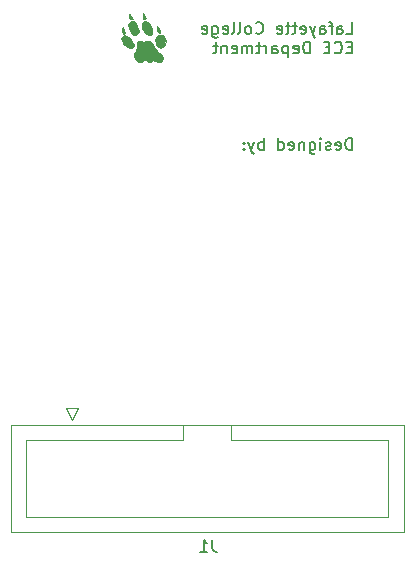
<source format=gbr>
%TF.GenerationSoftware,KiCad,Pcbnew,(5.1.10)-1*%
%TF.CreationDate,2022-03-09T11:46:58-05:00*%
%TF.ProjectId,PacMan-display,5061634d-616e-42d6-9469-73706c61792e,1.0*%
%TF.SameCoordinates,Original*%
%TF.FileFunction,Legend,Bot*%
%TF.FilePolarity,Positive*%
%FSLAX46Y46*%
G04 Gerber Fmt 4.6, Leading zero omitted, Abs format (unit mm)*
G04 Created by KiCad (PCBNEW (5.1.10)-1) date 2022-03-09 11:46:58*
%MOMM*%
%LPD*%
G01*
G04 APERTURE LIST*
%ADD10C,0.150000*%
%ADD11C,0.010000*%
%ADD12C,0.120000*%
G04 APERTURE END LIST*
D10*
X187848404Y-81950380D02*
X187848404Y-80950380D01*
X187610309Y-80950380D01*
X187467452Y-80998000D01*
X187372214Y-81093238D01*
X187324595Y-81188476D01*
X187276976Y-81378952D01*
X187276976Y-81521809D01*
X187324595Y-81712285D01*
X187372214Y-81807523D01*
X187467452Y-81902761D01*
X187610309Y-81950380D01*
X187848404Y-81950380D01*
X186467452Y-81902761D02*
X186562690Y-81950380D01*
X186753166Y-81950380D01*
X186848404Y-81902761D01*
X186896023Y-81807523D01*
X186896023Y-81426571D01*
X186848404Y-81331333D01*
X186753166Y-81283714D01*
X186562690Y-81283714D01*
X186467452Y-81331333D01*
X186419833Y-81426571D01*
X186419833Y-81521809D01*
X186896023Y-81617047D01*
X186038880Y-81902761D02*
X185943642Y-81950380D01*
X185753166Y-81950380D01*
X185657928Y-81902761D01*
X185610309Y-81807523D01*
X185610309Y-81759904D01*
X185657928Y-81664666D01*
X185753166Y-81617047D01*
X185896023Y-81617047D01*
X185991261Y-81569428D01*
X186038880Y-81474190D01*
X186038880Y-81426571D01*
X185991261Y-81331333D01*
X185896023Y-81283714D01*
X185753166Y-81283714D01*
X185657928Y-81331333D01*
X185181738Y-81950380D02*
X185181738Y-81283714D01*
X185181738Y-80950380D02*
X185229357Y-80998000D01*
X185181738Y-81045619D01*
X185134119Y-80998000D01*
X185181738Y-80950380D01*
X185181738Y-81045619D01*
X184276976Y-81283714D02*
X184276976Y-82093238D01*
X184324595Y-82188476D01*
X184372214Y-82236095D01*
X184467452Y-82283714D01*
X184610309Y-82283714D01*
X184705547Y-82236095D01*
X184276976Y-81902761D02*
X184372214Y-81950380D01*
X184562690Y-81950380D01*
X184657928Y-81902761D01*
X184705547Y-81855142D01*
X184753166Y-81759904D01*
X184753166Y-81474190D01*
X184705547Y-81378952D01*
X184657928Y-81331333D01*
X184562690Y-81283714D01*
X184372214Y-81283714D01*
X184276976Y-81331333D01*
X183800785Y-81283714D02*
X183800785Y-81950380D01*
X183800785Y-81378952D02*
X183753166Y-81331333D01*
X183657928Y-81283714D01*
X183515071Y-81283714D01*
X183419833Y-81331333D01*
X183372214Y-81426571D01*
X183372214Y-81950380D01*
X182515071Y-81902761D02*
X182610309Y-81950380D01*
X182800785Y-81950380D01*
X182896023Y-81902761D01*
X182943642Y-81807523D01*
X182943642Y-81426571D01*
X182896023Y-81331333D01*
X182800785Y-81283714D01*
X182610309Y-81283714D01*
X182515071Y-81331333D01*
X182467452Y-81426571D01*
X182467452Y-81521809D01*
X182943642Y-81617047D01*
X181610309Y-81950380D02*
X181610309Y-80950380D01*
X181610309Y-81902761D02*
X181705547Y-81950380D01*
X181896023Y-81950380D01*
X181991261Y-81902761D01*
X182038880Y-81855142D01*
X182086500Y-81759904D01*
X182086500Y-81474190D01*
X182038880Y-81378952D01*
X181991261Y-81331333D01*
X181896023Y-81283714D01*
X181705547Y-81283714D01*
X181610309Y-81331333D01*
X180372214Y-81950380D02*
X180372214Y-80950380D01*
X180372214Y-81331333D02*
X180276976Y-81283714D01*
X180086500Y-81283714D01*
X179991261Y-81331333D01*
X179943642Y-81378952D01*
X179896023Y-81474190D01*
X179896023Y-81759904D01*
X179943642Y-81855142D01*
X179991261Y-81902761D01*
X180086500Y-81950380D01*
X180276976Y-81950380D01*
X180372214Y-81902761D01*
X179562690Y-81283714D02*
X179324595Y-81950380D01*
X179086500Y-81283714D02*
X179324595Y-81950380D01*
X179419833Y-82188476D01*
X179467452Y-82236095D01*
X179562690Y-82283714D01*
X178705547Y-81855142D02*
X178657928Y-81902761D01*
X178705547Y-81950380D01*
X178753166Y-81902761D01*
X178705547Y-81855142D01*
X178705547Y-81950380D01*
X178705547Y-81331333D02*
X178657928Y-81378952D01*
X178705547Y-81426571D01*
X178753166Y-81378952D01*
X178705547Y-81331333D01*
X178705547Y-81426571D01*
X187372214Y-72125380D02*
X187848404Y-72125380D01*
X187848404Y-71125380D01*
X186610309Y-72125380D02*
X186610309Y-71601571D01*
X186657928Y-71506333D01*
X186753166Y-71458714D01*
X186943642Y-71458714D01*
X187038880Y-71506333D01*
X186610309Y-72077761D02*
X186705547Y-72125380D01*
X186943642Y-72125380D01*
X187038880Y-72077761D01*
X187086500Y-71982523D01*
X187086500Y-71887285D01*
X187038880Y-71792047D01*
X186943642Y-71744428D01*
X186705547Y-71744428D01*
X186610309Y-71696809D01*
X186276976Y-71458714D02*
X185896023Y-71458714D01*
X186134119Y-72125380D02*
X186134119Y-71268238D01*
X186086500Y-71173000D01*
X185991261Y-71125380D01*
X185896023Y-71125380D01*
X185134119Y-72125380D02*
X185134119Y-71601571D01*
X185181738Y-71506333D01*
X185276976Y-71458714D01*
X185467452Y-71458714D01*
X185562690Y-71506333D01*
X185134119Y-72077761D02*
X185229357Y-72125380D01*
X185467452Y-72125380D01*
X185562690Y-72077761D01*
X185610309Y-71982523D01*
X185610309Y-71887285D01*
X185562690Y-71792047D01*
X185467452Y-71744428D01*
X185229357Y-71744428D01*
X185134119Y-71696809D01*
X184753166Y-71458714D02*
X184515071Y-72125380D01*
X184276976Y-71458714D02*
X184515071Y-72125380D01*
X184610309Y-72363476D01*
X184657928Y-72411095D01*
X184753166Y-72458714D01*
X183515071Y-72077761D02*
X183610309Y-72125380D01*
X183800785Y-72125380D01*
X183896023Y-72077761D01*
X183943642Y-71982523D01*
X183943642Y-71601571D01*
X183896023Y-71506333D01*
X183800785Y-71458714D01*
X183610309Y-71458714D01*
X183515071Y-71506333D01*
X183467452Y-71601571D01*
X183467452Y-71696809D01*
X183943642Y-71792047D01*
X183181738Y-71458714D02*
X182800785Y-71458714D01*
X183038880Y-71125380D02*
X183038880Y-71982523D01*
X182991261Y-72077761D01*
X182896023Y-72125380D01*
X182800785Y-72125380D01*
X182610309Y-71458714D02*
X182229357Y-71458714D01*
X182467452Y-71125380D02*
X182467452Y-71982523D01*
X182419833Y-72077761D01*
X182324595Y-72125380D01*
X182229357Y-72125380D01*
X181515071Y-72077761D02*
X181610309Y-72125380D01*
X181800785Y-72125380D01*
X181896023Y-72077761D01*
X181943642Y-71982523D01*
X181943642Y-71601571D01*
X181896023Y-71506333D01*
X181800785Y-71458714D01*
X181610309Y-71458714D01*
X181515071Y-71506333D01*
X181467452Y-71601571D01*
X181467452Y-71696809D01*
X181943642Y-71792047D01*
X179705547Y-72030142D02*
X179753166Y-72077761D01*
X179896023Y-72125380D01*
X179991261Y-72125380D01*
X180134119Y-72077761D01*
X180229357Y-71982523D01*
X180276976Y-71887285D01*
X180324595Y-71696809D01*
X180324595Y-71553952D01*
X180276976Y-71363476D01*
X180229357Y-71268238D01*
X180134119Y-71173000D01*
X179991261Y-71125380D01*
X179896023Y-71125380D01*
X179753166Y-71173000D01*
X179705547Y-71220619D01*
X179134119Y-72125380D02*
X179229357Y-72077761D01*
X179276976Y-72030142D01*
X179324595Y-71934904D01*
X179324595Y-71649190D01*
X179276976Y-71553952D01*
X179229357Y-71506333D01*
X179134119Y-71458714D01*
X178991261Y-71458714D01*
X178896023Y-71506333D01*
X178848404Y-71553952D01*
X178800785Y-71649190D01*
X178800785Y-71934904D01*
X178848404Y-72030142D01*
X178896023Y-72077761D01*
X178991261Y-72125380D01*
X179134119Y-72125380D01*
X178229357Y-72125380D02*
X178324595Y-72077761D01*
X178372214Y-71982523D01*
X178372214Y-71125380D01*
X177705547Y-72125380D02*
X177800785Y-72077761D01*
X177848404Y-71982523D01*
X177848404Y-71125380D01*
X176943642Y-72077761D02*
X177038880Y-72125380D01*
X177229357Y-72125380D01*
X177324595Y-72077761D01*
X177372214Y-71982523D01*
X177372214Y-71601571D01*
X177324595Y-71506333D01*
X177229357Y-71458714D01*
X177038880Y-71458714D01*
X176943642Y-71506333D01*
X176896023Y-71601571D01*
X176896023Y-71696809D01*
X177372214Y-71792047D01*
X176038880Y-71458714D02*
X176038880Y-72268238D01*
X176086500Y-72363476D01*
X176134119Y-72411095D01*
X176229357Y-72458714D01*
X176372214Y-72458714D01*
X176467452Y-72411095D01*
X176038880Y-72077761D02*
X176134119Y-72125380D01*
X176324595Y-72125380D01*
X176419833Y-72077761D01*
X176467452Y-72030142D01*
X176515071Y-71934904D01*
X176515071Y-71649190D01*
X176467452Y-71553952D01*
X176419833Y-71506333D01*
X176324595Y-71458714D01*
X176134119Y-71458714D01*
X176038880Y-71506333D01*
X175181738Y-72077761D02*
X175276976Y-72125380D01*
X175467452Y-72125380D01*
X175562690Y-72077761D01*
X175610309Y-71982523D01*
X175610309Y-71601571D01*
X175562690Y-71506333D01*
X175467452Y-71458714D01*
X175276976Y-71458714D01*
X175181738Y-71506333D01*
X175134119Y-71601571D01*
X175134119Y-71696809D01*
X175610309Y-71792047D01*
X187848404Y-73251571D02*
X187515071Y-73251571D01*
X187372214Y-73775380D02*
X187848404Y-73775380D01*
X187848404Y-72775380D01*
X187372214Y-72775380D01*
X186372214Y-73680142D02*
X186419833Y-73727761D01*
X186562690Y-73775380D01*
X186657928Y-73775380D01*
X186800785Y-73727761D01*
X186896023Y-73632523D01*
X186943642Y-73537285D01*
X186991261Y-73346809D01*
X186991261Y-73203952D01*
X186943642Y-73013476D01*
X186896023Y-72918238D01*
X186800785Y-72823000D01*
X186657928Y-72775380D01*
X186562690Y-72775380D01*
X186419833Y-72823000D01*
X186372214Y-72870619D01*
X185943642Y-73251571D02*
X185610309Y-73251571D01*
X185467452Y-73775380D02*
X185943642Y-73775380D01*
X185943642Y-72775380D01*
X185467452Y-72775380D01*
X184276976Y-73775380D02*
X184276976Y-72775380D01*
X184038880Y-72775380D01*
X183896023Y-72823000D01*
X183800785Y-72918238D01*
X183753166Y-73013476D01*
X183705547Y-73203952D01*
X183705547Y-73346809D01*
X183753166Y-73537285D01*
X183800785Y-73632523D01*
X183896023Y-73727761D01*
X184038880Y-73775380D01*
X184276976Y-73775380D01*
X182896023Y-73727761D02*
X182991261Y-73775380D01*
X183181738Y-73775380D01*
X183276976Y-73727761D01*
X183324595Y-73632523D01*
X183324595Y-73251571D01*
X183276976Y-73156333D01*
X183181738Y-73108714D01*
X182991261Y-73108714D01*
X182896023Y-73156333D01*
X182848404Y-73251571D01*
X182848404Y-73346809D01*
X183324595Y-73442047D01*
X182419833Y-73108714D02*
X182419833Y-74108714D01*
X182419833Y-73156333D02*
X182324595Y-73108714D01*
X182134119Y-73108714D01*
X182038880Y-73156333D01*
X181991261Y-73203952D01*
X181943642Y-73299190D01*
X181943642Y-73584904D01*
X181991261Y-73680142D01*
X182038880Y-73727761D01*
X182134119Y-73775380D01*
X182324595Y-73775380D01*
X182419833Y-73727761D01*
X181086500Y-73775380D02*
X181086500Y-73251571D01*
X181134119Y-73156333D01*
X181229357Y-73108714D01*
X181419833Y-73108714D01*
X181515071Y-73156333D01*
X181086500Y-73727761D02*
X181181738Y-73775380D01*
X181419833Y-73775380D01*
X181515071Y-73727761D01*
X181562690Y-73632523D01*
X181562690Y-73537285D01*
X181515071Y-73442047D01*
X181419833Y-73394428D01*
X181181738Y-73394428D01*
X181086500Y-73346809D01*
X180610309Y-73775380D02*
X180610309Y-73108714D01*
X180610309Y-73299190D02*
X180562690Y-73203952D01*
X180515071Y-73156333D01*
X180419833Y-73108714D01*
X180324595Y-73108714D01*
X180134119Y-73108714D02*
X179753166Y-73108714D01*
X179991261Y-72775380D02*
X179991261Y-73632523D01*
X179943642Y-73727761D01*
X179848404Y-73775380D01*
X179753166Y-73775380D01*
X179419833Y-73775380D02*
X179419833Y-73108714D01*
X179419833Y-73203952D02*
X179372214Y-73156333D01*
X179276976Y-73108714D01*
X179134119Y-73108714D01*
X179038880Y-73156333D01*
X178991261Y-73251571D01*
X178991261Y-73775380D01*
X178991261Y-73251571D02*
X178943642Y-73156333D01*
X178848404Y-73108714D01*
X178705547Y-73108714D01*
X178610309Y-73156333D01*
X178562690Y-73251571D01*
X178562690Y-73775380D01*
X177705547Y-73727761D02*
X177800785Y-73775380D01*
X177991261Y-73775380D01*
X178086500Y-73727761D01*
X178134119Y-73632523D01*
X178134119Y-73251571D01*
X178086500Y-73156333D01*
X177991261Y-73108714D01*
X177800785Y-73108714D01*
X177705547Y-73156333D01*
X177657928Y-73251571D01*
X177657928Y-73346809D01*
X178134119Y-73442047D01*
X177229357Y-73108714D02*
X177229357Y-73775380D01*
X177229357Y-73203952D02*
X177181738Y-73156333D01*
X177086500Y-73108714D01*
X176943642Y-73108714D01*
X176848404Y-73156333D01*
X176800785Y-73251571D01*
X176800785Y-73775380D01*
X176467452Y-73108714D02*
X176086500Y-73108714D01*
X176324595Y-72775380D02*
X176324595Y-73632523D01*
X176276976Y-73727761D01*
X176181738Y-73775380D01*
X176086500Y-73775380D01*
D11*
%TO.C,LOGO1*%
G36*
X169789229Y-72711705D02*
G01*
X169685034Y-72766517D01*
X169684706Y-72766910D01*
X169655846Y-72852021D01*
X169640618Y-72999514D01*
X169640386Y-73109810D01*
X169635307Y-73305327D01*
X169595116Y-73448285D01*
X169533185Y-73551617D01*
X169414949Y-73784076D01*
X169391231Y-74007766D01*
X169460643Y-74210177D01*
X169621797Y-74378800D01*
X169625200Y-74381216D01*
X169801361Y-74479867D01*
X169957010Y-74497624D01*
X170128745Y-74437619D01*
X170150585Y-74426193D01*
X170279710Y-74363965D01*
X170369546Y-74351399D01*
X170467437Y-74385084D01*
X170500105Y-74401025D01*
X170668969Y-74467275D01*
X170793754Y-74464904D01*
X170903145Y-74395810D01*
X170968395Y-74347654D01*
X171038078Y-74339624D01*
X171149234Y-74371721D01*
X171213644Y-74395810D01*
X171451427Y-74466670D01*
X171625395Y-74469490D01*
X171747991Y-74403367D01*
X171787606Y-74354131D01*
X171838757Y-74196118D01*
X171796856Y-74016752D01*
X171660539Y-73812913D01*
X171463468Y-73612684D01*
X171291106Y-73435233D01*
X171128924Y-73232112D01*
X171022200Y-73065179D01*
X170889787Y-72857751D01*
X170753408Y-72741904D01*
X170595162Y-72708579D01*
X170397150Y-72748716D01*
X170396990Y-72748769D01*
X170235300Y-72786578D01*
X170119615Y-72770236D01*
X170093072Y-72757711D01*
X169939260Y-72708454D01*
X169789229Y-72711705D01*
G37*
X169789229Y-72711705D02*
X169685034Y-72766517D01*
X169684706Y-72766910D01*
X169655846Y-72852021D01*
X169640618Y-72999514D01*
X169640386Y-73109810D01*
X169635307Y-73305327D01*
X169595116Y-73448285D01*
X169533185Y-73551617D01*
X169414949Y-73784076D01*
X169391231Y-74007766D01*
X169460643Y-74210177D01*
X169621797Y-74378800D01*
X169625200Y-74381216D01*
X169801361Y-74479867D01*
X169957010Y-74497624D01*
X170128745Y-74437619D01*
X170150585Y-74426193D01*
X170279710Y-74363965D01*
X170369546Y-74351399D01*
X170467437Y-74385084D01*
X170500105Y-74401025D01*
X170668969Y-74467275D01*
X170793754Y-74464904D01*
X170903145Y-74395810D01*
X170968395Y-74347654D01*
X171038078Y-74339624D01*
X171149234Y-74371721D01*
X171213644Y-74395810D01*
X171451427Y-74466670D01*
X171625395Y-74469490D01*
X171747991Y-74403367D01*
X171787606Y-74354131D01*
X171838757Y-74196118D01*
X171796856Y-74016752D01*
X171660539Y-73812913D01*
X171463468Y-73612684D01*
X171291106Y-73435233D01*
X171128924Y-73232112D01*
X171022200Y-73065179D01*
X170889787Y-72857751D01*
X170753408Y-72741904D01*
X170595162Y-72708579D01*
X170397150Y-72748716D01*
X170396990Y-72748769D01*
X170235300Y-72786578D01*
X170119615Y-72770236D01*
X170093072Y-72757711D01*
X169939260Y-72708454D01*
X169789229Y-72711705D01*
G36*
X171505196Y-72223348D02*
G01*
X171363499Y-72309424D01*
X171263788Y-72452387D01*
X171213147Y-72631825D01*
X171218655Y-72827322D01*
X171287395Y-73018466D01*
X171365463Y-73126483D01*
X171531842Y-73255342D01*
X171704890Y-73282973D01*
X171791465Y-73259954D01*
X171945078Y-73146412D01*
X172037403Y-72958379D01*
X172063600Y-72743529D01*
X172024490Y-72508204D01*
X171912902Y-72332562D01*
X171737450Y-72228539D01*
X171681799Y-72214575D01*
X171505196Y-72223348D01*
G37*
X171505196Y-72223348D02*
X171363499Y-72309424D01*
X171263788Y-72452387D01*
X171213147Y-72631825D01*
X171218655Y-72827322D01*
X171287395Y-73018466D01*
X171365463Y-73126483D01*
X171531842Y-73255342D01*
X171704890Y-73282973D01*
X171791465Y-73259954D01*
X171945078Y-73146412D01*
X172037403Y-72958379D01*
X172063600Y-72743529D01*
X172024490Y-72508204D01*
X171912902Y-72332562D01*
X171737450Y-72228539D01*
X171681799Y-72214575D01*
X171505196Y-72223348D01*
G36*
X168426876Y-72278305D02*
G01*
X168341856Y-72371036D01*
X168319045Y-72506910D01*
X168354583Y-72670648D01*
X168444611Y-72846968D01*
X168585268Y-73020589D01*
X168772695Y-73176231D01*
X168821338Y-73207468D01*
X169025778Y-73296616D01*
X169193136Y-73293015D01*
X169291372Y-73230971D01*
X169354454Y-73139585D01*
X169362346Y-73029092D01*
X169313524Y-72874484D01*
X169262859Y-72763473D01*
X169127789Y-72560719D01*
X168947331Y-72392671D01*
X168749096Y-72280272D01*
X168577966Y-72244000D01*
X168426876Y-72278305D01*
G37*
X168426876Y-72278305D02*
X168341856Y-72371036D01*
X168319045Y-72506910D01*
X168354583Y-72670648D01*
X168444611Y-72846968D01*
X168585268Y-73020589D01*
X168772695Y-73176231D01*
X168821338Y-73207468D01*
X169025778Y-73296616D01*
X169193136Y-73293015D01*
X169291372Y-73230971D01*
X169354454Y-73139585D01*
X169362346Y-73029092D01*
X169313524Y-72874484D01*
X169262859Y-72763473D01*
X169127789Y-72560719D01*
X168947331Y-72392671D01*
X168749096Y-72280272D01*
X168577966Y-72244000D01*
X168426876Y-72278305D01*
G36*
X169027656Y-71096199D02*
G01*
X168949314Y-71220085D01*
X168918072Y-71394009D01*
X168942171Y-71605327D01*
X169022535Y-71826525D01*
X169126794Y-71986053D01*
X169264166Y-72125194D01*
X169405822Y-72218730D01*
X169499597Y-72243810D01*
X169577079Y-72217083D01*
X169664697Y-72164919D01*
X169754718Y-72044619D01*
X169785351Y-71869858D01*
X169761428Y-71664905D01*
X169687782Y-71454028D01*
X169569245Y-71261495D01*
X169462834Y-71151209D01*
X169292659Y-71049117D01*
X169144852Y-71034995D01*
X169027656Y-71096199D01*
G37*
X169027656Y-71096199D02*
X168949314Y-71220085D01*
X168918072Y-71394009D01*
X168942171Y-71605327D01*
X169022535Y-71826525D01*
X169126794Y-71986053D01*
X169264166Y-72125194D01*
X169405822Y-72218730D01*
X169499597Y-72243810D01*
X169577079Y-72217083D01*
X169664697Y-72164919D01*
X169754718Y-72044619D01*
X169785351Y-71869858D01*
X169761428Y-71664905D01*
X169687782Y-71454028D01*
X169569245Y-71261495D01*
X169462834Y-71151209D01*
X169292659Y-71049117D01*
X169144852Y-71034995D01*
X169027656Y-71096199D01*
G36*
X170268178Y-71019079D02*
G01*
X170160008Y-71101835D01*
X170076046Y-71232574D01*
X170054498Y-71296086D01*
X170050120Y-71482898D01*
X170107986Y-71699120D01*
X170214632Y-71906406D01*
X170310472Y-72025031D01*
X170469165Y-72141776D01*
X170634891Y-72196598D01*
X170782184Y-72186441D01*
X170885583Y-72108252D01*
X170893413Y-72094939D01*
X170947076Y-71894625D01*
X170923749Y-71668434D01*
X170834941Y-71440398D01*
X170692158Y-71234549D01*
X170506907Y-71074918D01*
X170373348Y-71008818D01*
X170268178Y-71019079D01*
G37*
X170268178Y-71019079D02*
X170160008Y-71101835D01*
X170076046Y-71232574D01*
X170054498Y-71296086D01*
X170050120Y-71482898D01*
X170107986Y-71699120D01*
X170214632Y-71906406D01*
X170310472Y-72025031D01*
X170469165Y-72141776D01*
X170634891Y-72196598D01*
X170782184Y-72186441D01*
X170885583Y-72108252D01*
X170893413Y-72094939D01*
X170947076Y-71894625D01*
X170923749Y-71668434D01*
X170834941Y-71440398D01*
X170692158Y-71234549D01*
X170506907Y-71074918D01*
X170373348Y-71008818D01*
X170268178Y-71019079D01*
G36*
X171354692Y-71635307D02*
G01*
X171378134Y-71826404D01*
X171435787Y-71970774D01*
X171516694Y-72047253D01*
X171570412Y-72052068D01*
X171630894Y-72003048D01*
X171617789Y-71895153D01*
X171530226Y-71724691D01*
X171472228Y-71635307D01*
X171352400Y-71458415D01*
X171354692Y-71635307D01*
G37*
X171354692Y-71635307D02*
X171378134Y-71826404D01*
X171435787Y-71970774D01*
X171516694Y-72047253D01*
X171570412Y-72052068D01*
X171630894Y-72003048D01*
X171617789Y-71895153D01*
X171530226Y-71724691D01*
X171472228Y-71635307D01*
X171352400Y-71458415D01*
X171354692Y-71635307D01*
G36*
X168403822Y-71613581D02*
G01*
X168399677Y-71624617D01*
X168380927Y-71746733D01*
X168388326Y-71900184D01*
X168389966Y-71910874D01*
X168422380Y-72034453D01*
X168480554Y-72084768D01*
X168543071Y-72091600D01*
X168631250Y-72077140D01*
X168642202Y-72014544D01*
X168632373Y-71977300D01*
X168587100Y-71852239D01*
X168523569Y-71702493D01*
X168518308Y-71691042D01*
X168464659Y-71584592D01*
X168432380Y-71562066D01*
X168403822Y-71613581D01*
G37*
X168403822Y-71613581D02*
X168399677Y-71624617D01*
X168380927Y-71746733D01*
X168388326Y-71900184D01*
X168389966Y-71910874D01*
X168422380Y-72034453D01*
X168480554Y-72084768D01*
X168543071Y-72091600D01*
X168631250Y-72077140D01*
X168642202Y-72014544D01*
X168632373Y-71977300D01*
X168587100Y-71852239D01*
X168523569Y-71702493D01*
X168518308Y-71691042D01*
X168464659Y-71584592D01*
X168432380Y-71562066D01*
X168403822Y-71613581D01*
G36*
X168976554Y-70456376D02*
G01*
X168969864Y-70554900D01*
X168991583Y-70749668D01*
X169042743Y-70855029D01*
X169128732Y-70880285D01*
X169155401Y-70875398D01*
X169269801Y-70847000D01*
X169162792Y-70631100D01*
X169076460Y-70481533D01*
X169012976Y-70422737D01*
X168976554Y-70456376D01*
G37*
X168976554Y-70456376D02*
X168969864Y-70554900D01*
X168991583Y-70749668D01*
X169042743Y-70855029D01*
X169128732Y-70880285D01*
X169155401Y-70875398D01*
X169269801Y-70847000D01*
X169162792Y-70631100D01*
X169076460Y-70481533D01*
X169012976Y-70422737D01*
X168976554Y-70456376D01*
G36*
X170145583Y-70593000D02*
G01*
X170159566Y-70747005D01*
X170189504Y-70826567D01*
X170248167Y-70858795D01*
X170272900Y-70863233D01*
X170365153Y-70851716D01*
X170386940Y-70812433D01*
X170361366Y-70731675D01*
X170297011Y-70604952D01*
X170259623Y-70542200D01*
X170132566Y-70339000D01*
X170145583Y-70593000D01*
G37*
X170145583Y-70593000D02*
X170159566Y-70747005D01*
X170189504Y-70826567D01*
X170248167Y-70858795D01*
X170272900Y-70863233D01*
X170365153Y-70851716D01*
X170386940Y-70812433D01*
X170361366Y-70731675D01*
X170297011Y-70604952D01*
X170259623Y-70542200D01*
X170132566Y-70339000D01*
X170145583Y-70593000D01*
D12*
%TO.C,J1*%
X158944000Y-105208000D02*
X158944000Y-114328000D01*
X158944000Y-114328000D02*
X192224000Y-114328000D01*
X192224000Y-114328000D02*
X192224000Y-105208000D01*
X192224000Y-105208000D02*
X158944000Y-105208000D01*
X173534000Y-105208000D02*
X173534000Y-106518000D01*
X173534000Y-106518000D02*
X160244000Y-106518000D01*
X160244000Y-106518000D02*
X160244000Y-113018000D01*
X160244000Y-113018000D02*
X190924000Y-113018000D01*
X190924000Y-113018000D02*
X190924000Y-106518000D01*
X190924000Y-106518000D02*
X177634000Y-106518000D01*
X177634000Y-106518000D02*
X177634000Y-106518000D01*
X177634000Y-106518000D02*
X177634000Y-105208000D01*
X164154000Y-104818000D02*
X163654000Y-103818000D01*
X163654000Y-103818000D02*
X164654000Y-103818000D01*
X164654000Y-103818000D02*
X164154000Y-104818000D01*
D10*
X176017333Y-114950380D02*
X176017333Y-115664666D01*
X176064952Y-115807523D01*
X176160190Y-115902761D01*
X176303047Y-115950380D01*
X176398285Y-115950380D01*
X175017333Y-115950380D02*
X175588761Y-115950380D01*
X175303047Y-115950380D02*
X175303047Y-114950380D01*
X175398285Y-115093238D01*
X175493523Y-115188476D01*
X175588761Y-115236095D01*
%TD*%
M02*

</source>
